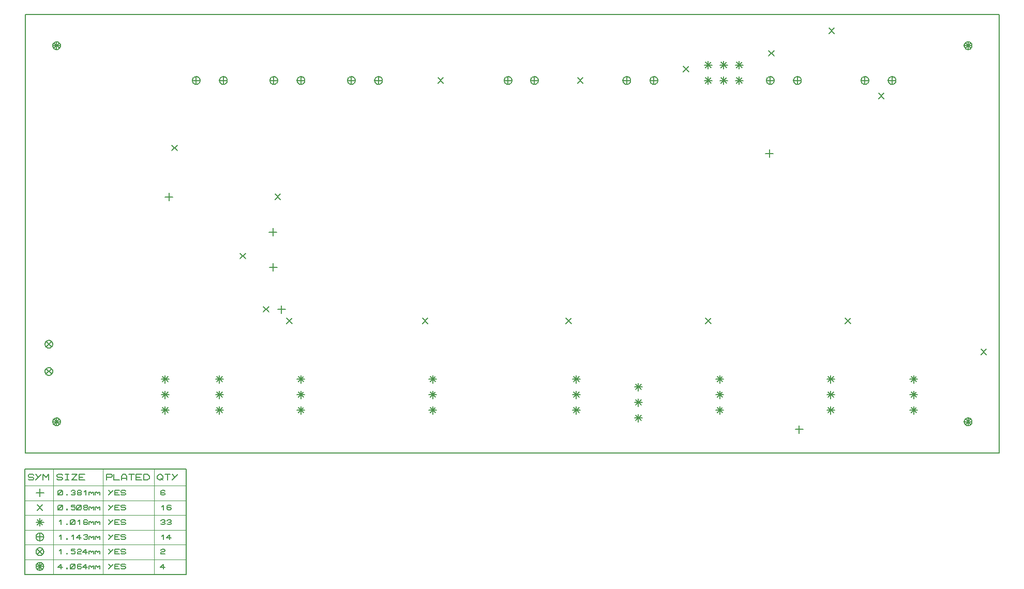
<source format=gbr>
G04 PROTEUS RS274X GERBER FILE*
%FSLAX45Y45*%
%MOMM*%
G01*
%ADD41C,0.203200*%
%ADD113C,0.127000*%
%ADD88C,0.063500*%
D41*
X-3379970Y-575928D02*
X-3379970Y-702928D01*
X-3443470Y-639428D02*
X-3316470Y-639428D01*
X-3374955Y-1151692D02*
X-3374955Y-1278692D01*
X-3438455Y-1215192D02*
X-3311455Y-1215192D01*
X-3238500Y-1841500D02*
X-3238500Y-1968500D01*
X-3302000Y-1905000D02*
X-3175000Y-1905000D01*
X-679901Y+1886401D02*
X-590099Y+1796599D01*
X-679901Y+1796599D02*
X-590099Y+1886401D01*
X+1606099Y+1886401D02*
X+1695901Y+1796599D01*
X+1606099Y+1796599D02*
X+1695901Y+1886401D01*
X+3338880Y+2072953D02*
X+3428682Y+1983151D01*
X+3338880Y+1983151D02*
X+3428682Y+2072953D01*
X-5034253Y+781034D02*
X-4944451Y+691232D01*
X-5034253Y+691232D02*
X-4944451Y+781034D01*
X-3346901Y-18599D02*
X-3257099Y-108401D01*
X-3346901Y-108401D02*
X-3257099Y-18599D01*
X+8210099Y-2558599D02*
X+8299901Y-2648401D01*
X+8210099Y-2648401D02*
X+8299901Y-2558599D01*
X+5987599Y-2050599D02*
X+6077401Y-2140401D01*
X+5987599Y-2140401D02*
X+6077401Y-2050599D01*
X+3701599Y-2050599D02*
X+3791401Y-2140401D01*
X+3701599Y-2140401D02*
X+3791401Y-2050599D01*
X+1415599Y-2050599D02*
X+1505401Y-2140401D01*
X+1415599Y-2140401D02*
X+1505401Y-2050599D01*
X-933901Y-2050599D02*
X-844099Y-2140401D01*
X-933901Y-2140401D02*
X-844099Y-2050599D01*
X-3156401Y-2050599D02*
X-3066599Y-2140401D01*
X-3156401Y-2140401D02*
X-3066599Y-2050599D01*
X-3537401Y-1860099D02*
X-3447599Y-1949901D01*
X-3537401Y-1949901D02*
X-3447599Y-1860099D01*
X-3918401Y-986465D02*
X-3828599Y-1076267D01*
X-3918401Y-1076267D02*
X-3828599Y-986465D01*
X-5080000Y+0D02*
X-5080000Y-127000D01*
X-5143500Y-63500D02*
X-5016500Y-63500D01*
X+4749800Y+711200D02*
X+4749800Y+584200D01*
X+4686300Y+647700D02*
X+4813300Y+647700D01*
X+5720899Y+2699201D02*
X+5810701Y+2609399D01*
X+5720899Y+2609399D02*
X+5810701Y+2699201D01*
X+6533699Y+1632401D02*
X+6623501Y+1542599D01*
X+6533699Y+1542599D02*
X+6623501Y+1632401D01*
X+4734247Y+2330901D02*
X+4824049Y+2241099D01*
X+4734247Y+2241099D02*
X+4824049Y+2330901D01*
X+5235080Y-3807750D02*
X+5235080Y-3934750D01*
X+5171580Y-3871250D02*
X+5298580Y-3871250D01*
X-6985000Y-2476500D02*
X-6985217Y-2471253D01*
X-6986982Y-2460758D01*
X-6990674Y-2450263D01*
X-6996702Y-2439768D01*
X-7005924Y-2429388D01*
X-7016419Y-2421700D01*
X-7026914Y-2416782D01*
X-7037409Y-2413976D01*
X-7047904Y-2413003D01*
X-7048500Y-2413000D01*
X-7112000Y-2476500D02*
X-7111783Y-2471253D01*
X-7110018Y-2460758D01*
X-7106326Y-2450263D01*
X-7100298Y-2439768D01*
X-7091076Y-2429388D01*
X-7080581Y-2421700D01*
X-7070086Y-2416782D01*
X-7059591Y-2413976D01*
X-7049096Y-2413003D01*
X-7048500Y-2413000D01*
X-7112000Y-2476500D02*
X-7111783Y-2481747D01*
X-7110018Y-2492242D01*
X-7106326Y-2502737D01*
X-7100298Y-2513232D01*
X-7091076Y-2523612D01*
X-7080581Y-2531300D01*
X-7070086Y-2536218D01*
X-7059591Y-2539024D01*
X-7049096Y-2539997D01*
X-7048500Y-2540000D01*
X-6985000Y-2476500D02*
X-6985217Y-2481747D01*
X-6986982Y-2492242D01*
X-6990674Y-2502737D01*
X-6996702Y-2513232D01*
X-7005924Y-2523612D01*
X-7016419Y-2531300D01*
X-7026914Y-2536218D01*
X-7037409Y-2539024D01*
X-7047904Y-2539997D01*
X-7048500Y-2540000D01*
X-7093401Y-2431599D02*
X-7003599Y-2521401D01*
X-7093401Y-2521401D02*
X-7003599Y-2431599D01*
X-6985000Y-2921000D02*
X-6985217Y-2915753D01*
X-6986982Y-2905258D01*
X-6990674Y-2894763D01*
X-6996702Y-2884268D01*
X-7005924Y-2873888D01*
X-7016419Y-2866200D01*
X-7026914Y-2861282D01*
X-7037409Y-2858476D01*
X-7047904Y-2857503D01*
X-7048500Y-2857500D01*
X-7112000Y-2921000D02*
X-7111783Y-2915753D01*
X-7110018Y-2905258D01*
X-7106326Y-2894763D01*
X-7100298Y-2884268D01*
X-7091076Y-2873888D01*
X-7080581Y-2866200D01*
X-7070086Y-2861282D01*
X-7059591Y-2858476D01*
X-7049096Y-2857503D01*
X-7048500Y-2857500D01*
X-7112000Y-2921000D02*
X-7111783Y-2926247D01*
X-7110018Y-2936742D01*
X-7106326Y-2947237D01*
X-7100298Y-2957732D01*
X-7091076Y-2968112D01*
X-7080581Y-2975800D01*
X-7070086Y-2980718D01*
X-7059591Y-2983524D01*
X-7049096Y-2984497D01*
X-7048500Y-2984500D01*
X-6985000Y-2921000D02*
X-6985217Y-2926247D01*
X-6986982Y-2936742D01*
X-6990674Y-2947237D01*
X-6996702Y-2957732D01*
X-7005924Y-2968112D01*
X-7016419Y-2975800D01*
X-7026914Y-2980718D01*
X-7037409Y-2983524D01*
X-7047904Y-2984497D01*
X-7048500Y-2984500D01*
X-7093401Y-2876099D02*
X-7003599Y-2965901D01*
X-7093401Y-2965901D02*
X-7003599Y-2876099D01*
X-2032000Y+1841500D02*
X-2032217Y+1846747D01*
X-2033982Y+1857242D01*
X-2037674Y+1867737D01*
X-2043702Y+1878232D01*
X-2052924Y+1888612D01*
X-2063419Y+1896300D01*
X-2073914Y+1901218D01*
X-2084409Y+1904024D01*
X-2094904Y+1904997D01*
X-2095500Y+1905000D01*
X-2159000Y+1841500D02*
X-2158783Y+1846747D01*
X-2157018Y+1857242D01*
X-2153326Y+1867737D01*
X-2147298Y+1878232D01*
X-2138076Y+1888612D01*
X-2127581Y+1896300D01*
X-2117086Y+1901218D01*
X-2106591Y+1904024D01*
X-2096096Y+1904997D01*
X-2095500Y+1905000D01*
X-2159000Y+1841500D02*
X-2158783Y+1836253D01*
X-2157018Y+1825758D01*
X-2153326Y+1815263D01*
X-2147298Y+1804768D01*
X-2138076Y+1794388D01*
X-2127581Y+1786700D01*
X-2117086Y+1781782D01*
X-2106591Y+1778976D01*
X-2096096Y+1778003D01*
X-2095500Y+1778000D01*
X-2032000Y+1841500D02*
X-2032217Y+1836253D01*
X-2033982Y+1825758D01*
X-2037674Y+1815263D01*
X-2043702Y+1804768D01*
X-2052924Y+1794388D01*
X-2063419Y+1786700D01*
X-2073914Y+1781782D01*
X-2084409Y+1778976D01*
X-2094904Y+1778003D01*
X-2095500Y+1778000D01*
X-2095500Y+1905000D02*
X-2095500Y+1778000D01*
X-2159000Y+1841500D02*
X-2032000Y+1841500D01*
X-1587500Y+1841500D02*
X-1587717Y+1846747D01*
X-1589482Y+1857242D01*
X-1593174Y+1867737D01*
X-1599202Y+1878232D01*
X-1608424Y+1888612D01*
X-1618919Y+1896300D01*
X-1629414Y+1901218D01*
X-1639909Y+1904024D01*
X-1650404Y+1904997D01*
X-1651000Y+1905000D01*
X-1714500Y+1841500D02*
X-1714283Y+1846747D01*
X-1712518Y+1857242D01*
X-1708826Y+1867737D01*
X-1702798Y+1878232D01*
X-1693576Y+1888612D01*
X-1683081Y+1896300D01*
X-1672586Y+1901218D01*
X-1662091Y+1904024D01*
X-1651596Y+1904997D01*
X-1651000Y+1905000D01*
X-1714500Y+1841500D02*
X-1714283Y+1836253D01*
X-1712518Y+1825758D01*
X-1708826Y+1815263D01*
X-1702798Y+1804768D01*
X-1693576Y+1794388D01*
X-1683081Y+1786700D01*
X-1672586Y+1781782D01*
X-1662091Y+1778976D01*
X-1651596Y+1778003D01*
X-1651000Y+1778000D01*
X-1587500Y+1841500D02*
X-1587717Y+1836253D01*
X-1589482Y+1825758D01*
X-1593174Y+1815263D01*
X-1599202Y+1804768D01*
X-1608424Y+1794388D01*
X-1618919Y+1786700D01*
X-1629414Y+1781782D01*
X-1639909Y+1778976D01*
X-1650404Y+1778003D01*
X-1651000Y+1778000D01*
X-1651000Y+1905000D02*
X-1651000Y+1778000D01*
X-1714500Y+1841500D02*
X-1587500Y+1841500D01*
X-2921000Y-3492500D02*
X-2921000Y-3619500D01*
X-2984500Y-3556000D02*
X-2857500Y-3556000D01*
X-2965901Y-3511099D02*
X-2876099Y-3600901D01*
X-2965901Y-3600901D02*
X-2876099Y-3511099D01*
X-2921000Y-2984500D02*
X-2921000Y-3111500D01*
X-2984500Y-3048000D02*
X-2857500Y-3048000D01*
X-2965901Y-3003099D02*
X-2876099Y-3092901D01*
X-2965901Y-3092901D02*
X-2876099Y-3003099D01*
X-2921000Y-3238500D02*
X-2921000Y-3365500D01*
X-2984500Y-3302000D02*
X-2857500Y-3302000D01*
X-2965901Y-3257099D02*
X-2876099Y-3346901D01*
X-2965901Y-3346901D02*
X-2876099Y-3257099D01*
X+965200Y+1841500D02*
X+964983Y+1846747D01*
X+963218Y+1857242D01*
X+959526Y+1867737D01*
X+953498Y+1878232D01*
X+944276Y+1888612D01*
X+933781Y+1896300D01*
X+923286Y+1901218D01*
X+912791Y+1904024D01*
X+902296Y+1904997D01*
X+901700Y+1905000D01*
X+838200Y+1841500D02*
X+838417Y+1846747D01*
X+840182Y+1857242D01*
X+843874Y+1867737D01*
X+849902Y+1878232D01*
X+859124Y+1888612D01*
X+869619Y+1896300D01*
X+880114Y+1901218D01*
X+890609Y+1904024D01*
X+901104Y+1904997D01*
X+901700Y+1905000D01*
X+838200Y+1841500D02*
X+838417Y+1836253D01*
X+840182Y+1825758D01*
X+843874Y+1815263D01*
X+849902Y+1804768D01*
X+859124Y+1794388D01*
X+869619Y+1786700D01*
X+880114Y+1781782D01*
X+890609Y+1778976D01*
X+901104Y+1778003D01*
X+901700Y+1778000D01*
X+965200Y+1841500D02*
X+964983Y+1836253D01*
X+963218Y+1825758D01*
X+959526Y+1815263D01*
X+953498Y+1804768D01*
X+944276Y+1794388D01*
X+933781Y+1786700D01*
X+923286Y+1781782D01*
X+912791Y+1778976D01*
X+902296Y+1778003D01*
X+901700Y+1778000D01*
X+901700Y+1905000D02*
X+901700Y+1778000D01*
X+838200Y+1841500D02*
X+965200Y+1841500D01*
X-762000Y-3492500D02*
X-762000Y-3619500D01*
X-825500Y-3556000D02*
X-698500Y-3556000D01*
X-806901Y-3511099D02*
X-717099Y-3600901D01*
X-806901Y-3600901D02*
X-717099Y-3511099D01*
X-762000Y-3238500D02*
X-762000Y-3365500D01*
X-825500Y-3302000D02*
X-698500Y-3302000D01*
X-806901Y-3257099D02*
X-717099Y-3346901D01*
X-806901Y-3346901D02*
X-717099Y-3257099D01*
X-762000Y-2984500D02*
X-762000Y-3111500D01*
X-825500Y-3048000D02*
X-698500Y-3048000D01*
X-806901Y-3003099D02*
X-717099Y-3092901D01*
X-806901Y-3092901D02*
X-717099Y-3003099D01*
X+1587500Y-3238500D02*
X+1587500Y-3365500D01*
X+1524000Y-3302000D02*
X+1651000Y-3302000D01*
X+1542599Y-3257099D02*
X+1632401Y-3346901D01*
X+1542599Y-3346901D02*
X+1632401Y-3257099D01*
X+1587500Y-3492500D02*
X+1587500Y-3619500D01*
X+1524000Y-3556000D02*
X+1651000Y-3556000D01*
X+1542599Y-3511099D02*
X+1632401Y-3600901D01*
X+1542599Y-3600901D02*
X+1632401Y-3511099D01*
X+1587500Y-2984500D02*
X+1587500Y-3111500D01*
X+1524000Y-3048000D02*
X+1651000Y-3048000D01*
X+1542599Y-3003099D02*
X+1632401Y-3092901D01*
X+1542599Y-3092901D02*
X+1632401Y-3003099D01*
X+2921000Y+1841500D02*
X+2920783Y+1846747D01*
X+2919018Y+1857242D01*
X+2915326Y+1867737D01*
X+2909298Y+1878232D01*
X+2900076Y+1888612D01*
X+2889581Y+1896300D01*
X+2879086Y+1901218D01*
X+2868591Y+1904024D01*
X+2858096Y+1904997D01*
X+2857500Y+1905000D01*
X+2794000Y+1841500D02*
X+2794217Y+1846747D01*
X+2795982Y+1857242D01*
X+2799674Y+1867737D01*
X+2805702Y+1878232D01*
X+2814924Y+1888612D01*
X+2825419Y+1896300D01*
X+2835914Y+1901218D01*
X+2846409Y+1904024D01*
X+2856904Y+1904997D01*
X+2857500Y+1905000D01*
X+2794000Y+1841500D02*
X+2794217Y+1836253D01*
X+2795982Y+1825758D01*
X+2799674Y+1815263D01*
X+2805702Y+1804768D01*
X+2814924Y+1794388D01*
X+2825419Y+1786700D01*
X+2835914Y+1781782D01*
X+2846409Y+1778976D01*
X+2856904Y+1778003D01*
X+2857500Y+1778000D01*
X+2921000Y+1841500D02*
X+2920783Y+1836253D01*
X+2919018Y+1825758D01*
X+2915326Y+1815263D01*
X+2909298Y+1804768D01*
X+2900076Y+1794388D01*
X+2889581Y+1786700D01*
X+2879086Y+1781782D01*
X+2868591Y+1778976D01*
X+2858096Y+1778003D01*
X+2857500Y+1778000D01*
X+2857500Y+1905000D02*
X+2857500Y+1778000D01*
X+2794000Y+1841500D02*
X+2921000Y+1841500D01*
X+3937000Y-3492500D02*
X+3937000Y-3619500D01*
X+3873500Y-3556000D02*
X+4000500Y-3556000D01*
X+3892099Y-3511099D02*
X+3981901Y-3600901D01*
X+3892099Y-3600901D02*
X+3981901Y-3511099D01*
X+5753100Y-3492500D02*
X+5753100Y-3619500D01*
X+5689600Y-3556000D02*
X+5816600Y-3556000D01*
X+5708199Y-3511099D02*
X+5798001Y-3600901D01*
X+5708199Y-3600901D02*
X+5798001Y-3511099D01*
X+3937000Y-2984500D02*
X+3937000Y-3111500D01*
X+3873500Y-3048000D02*
X+4000500Y-3048000D01*
X+3892099Y-3003099D02*
X+3981901Y-3092901D01*
X+3892099Y-3092901D02*
X+3981901Y-3003099D01*
X+5753100Y-2984500D02*
X+5753100Y-3111500D01*
X+5689600Y-3048000D02*
X+5816600Y-3048000D01*
X+5708199Y-3003099D02*
X+5798001Y-3092901D01*
X+5708199Y-3092901D02*
X+5798001Y-3003099D01*
X+3937000Y-3238500D02*
X+3937000Y-3365500D01*
X+3873500Y-3302000D02*
X+4000500Y-3302000D01*
X+3892099Y-3257099D02*
X+3981901Y-3346901D01*
X+3892099Y-3346901D02*
X+3981901Y-3257099D01*
X+5753100Y-3238500D02*
X+5753100Y-3365500D01*
X+5689600Y-3302000D02*
X+5816600Y-3302000D01*
X+5708199Y-3257099D02*
X+5798001Y-3346901D01*
X+5708199Y-3346901D02*
X+5798001Y-3257099D01*
X+5270500Y+1841500D02*
X+5270283Y+1846747D01*
X+5268518Y+1857242D01*
X+5264826Y+1867737D01*
X+5258798Y+1878232D01*
X+5249576Y+1888612D01*
X+5239081Y+1896300D01*
X+5228586Y+1901218D01*
X+5218091Y+1904024D01*
X+5207596Y+1904997D01*
X+5207000Y+1905000D01*
X+5143500Y+1841500D02*
X+5143717Y+1846747D01*
X+5145482Y+1857242D01*
X+5149174Y+1867737D01*
X+5155202Y+1878232D01*
X+5164424Y+1888612D01*
X+5174919Y+1896300D01*
X+5185414Y+1901218D01*
X+5195909Y+1904024D01*
X+5206404Y+1904997D01*
X+5207000Y+1905000D01*
X+5143500Y+1841500D02*
X+5143717Y+1836253D01*
X+5145482Y+1825758D01*
X+5149174Y+1815263D01*
X+5155202Y+1804768D01*
X+5164424Y+1794388D01*
X+5174919Y+1786700D01*
X+5185414Y+1781782D01*
X+5195909Y+1778976D01*
X+5206404Y+1778003D01*
X+5207000Y+1778000D01*
X+5270500Y+1841500D02*
X+5270283Y+1836253D01*
X+5268518Y+1825758D01*
X+5264826Y+1815263D01*
X+5258798Y+1804768D01*
X+5249576Y+1794388D01*
X+5239081Y+1786700D01*
X+5228586Y+1781782D01*
X+5218091Y+1778976D01*
X+5207596Y+1778003D01*
X+5207000Y+1778000D01*
X+5207000Y+1905000D02*
X+5207000Y+1778000D01*
X+5143500Y+1841500D02*
X+5270500Y+1841500D01*
X+6819900Y+1841500D02*
X+6819683Y+1846747D01*
X+6817918Y+1857242D01*
X+6814226Y+1867737D01*
X+6808198Y+1878232D01*
X+6798976Y+1888612D01*
X+6788481Y+1896300D01*
X+6777986Y+1901218D01*
X+6767491Y+1904024D01*
X+6756996Y+1904997D01*
X+6756400Y+1905000D01*
X+6692900Y+1841500D02*
X+6693117Y+1846747D01*
X+6694882Y+1857242D01*
X+6698574Y+1867737D01*
X+6704602Y+1878232D01*
X+6713824Y+1888612D01*
X+6724319Y+1896300D01*
X+6734814Y+1901218D01*
X+6745309Y+1904024D01*
X+6755804Y+1904997D01*
X+6756400Y+1905000D01*
X+6692900Y+1841500D02*
X+6693117Y+1836253D01*
X+6694882Y+1825758D01*
X+6698574Y+1815263D01*
X+6704602Y+1804768D01*
X+6713824Y+1794388D01*
X+6724319Y+1786700D01*
X+6734814Y+1781782D01*
X+6745309Y+1778976D01*
X+6755804Y+1778003D01*
X+6756400Y+1778000D01*
X+6819900Y+1841500D02*
X+6819683Y+1836253D01*
X+6817918Y+1825758D01*
X+6814226Y+1815263D01*
X+6808198Y+1804768D01*
X+6798976Y+1794388D01*
X+6788481Y+1786700D01*
X+6777986Y+1781782D01*
X+6767491Y+1778976D01*
X+6756996Y+1778003D01*
X+6756400Y+1778000D01*
X+6756400Y+1905000D02*
X+6756400Y+1778000D01*
X+6692900Y+1841500D02*
X+6819900Y+1841500D01*
X+7112000Y-3238500D02*
X+7112000Y-3365500D01*
X+7048500Y-3302000D02*
X+7175500Y-3302000D01*
X+7067099Y-3257099D02*
X+7156901Y-3346901D01*
X+7067099Y-3346901D02*
X+7156901Y-3257099D01*
X+7112000Y-3492500D02*
X+7112000Y-3619500D01*
X+7048500Y-3556000D02*
X+7175500Y-3556000D01*
X+7067099Y-3511099D02*
X+7156901Y-3600901D01*
X+7067099Y-3600901D02*
X+7156901Y-3511099D01*
X+7112000Y-2984500D02*
X+7112000Y-3111500D01*
X+7048500Y-3048000D02*
X+7175500Y-3048000D01*
X+7067099Y-3003099D02*
X+7156901Y-3092901D01*
X+7067099Y-3092901D02*
X+7156901Y-3003099D01*
X+6375400Y+1841500D02*
X+6375183Y+1846747D01*
X+6373418Y+1857242D01*
X+6369726Y+1867737D01*
X+6363698Y+1878232D01*
X+6354476Y+1888612D01*
X+6343981Y+1896300D01*
X+6333486Y+1901218D01*
X+6322991Y+1904024D01*
X+6312496Y+1904997D01*
X+6311900Y+1905000D01*
X+6248400Y+1841500D02*
X+6248617Y+1846747D01*
X+6250382Y+1857242D01*
X+6254074Y+1867737D01*
X+6260102Y+1878232D01*
X+6269324Y+1888612D01*
X+6279819Y+1896300D01*
X+6290314Y+1901218D01*
X+6300809Y+1904024D01*
X+6311304Y+1904997D01*
X+6311900Y+1905000D01*
X+6248400Y+1841500D02*
X+6248617Y+1836253D01*
X+6250382Y+1825758D01*
X+6254074Y+1815263D01*
X+6260102Y+1804768D01*
X+6269324Y+1794388D01*
X+6279819Y+1786700D01*
X+6290314Y+1781782D01*
X+6300809Y+1778976D01*
X+6311304Y+1778003D01*
X+6311900Y+1778000D01*
X+6375400Y+1841500D02*
X+6375183Y+1836253D01*
X+6373418Y+1825758D01*
X+6369726Y+1815263D01*
X+6363698Y+1804768D01*
X+6354476Y+1794388D01*
X+6343981Y+1786700D01*
X+6333486Y+1781782D01*
X+6322991Y+1778976D01*
X+6312496Y+1778003D01*
X+6311900Y+1778000D01*
X+6311900Y+1905000D02*
X+6311900Y+1778000D01*
X+6248400Y+1841500D02*
X+6375400Y+1841500D01*
X-4254500Y-3492500D02*
X-4254500Y-3619500D01*
X-4318000Y-3556000D02*
X-4191000Y-3556000D01*
X-4299401Y-3511099D02*
X-4209599Y-3600901D01*
X-4299401Y-3600901D02*
X-4209599Y-3511099D01*
X-6858000Y-3746500D02*
X-6858217Y-3741253D01*
X-6859982Y-3730758D01*
X-6863674Y-3720263D01*
X-6869702Y-3709768D01*
X-6878924Y-3699388D01*
X-6889419Y-3691700D01*
X-6899914Y-3686782D01*
X-6910409Y-3683976D01*
X-6920904Y-3683003D01*
X-6921500Y-3683000D01*
X-6985000Y-3746500D02*
X-6984783Y-3741253D01*
X-6983018Y-3730758D01*
X-6979326Y-3720263D01*
X-6973298Y-3709768D01*
X-6964076Y-3699388D01*
X-6953581Y-3691700D01*
X-6943086Y-3686782D01*
X-6932591Y-3683976D01*
X-6922096Y-3683003D01*
X-6921500Y-3683000D01*
X-6985000Y-3746500D02*
X-6984783Y-3751747D01*
X-6983018Y-3762242D01*
X-6979326Y-3772737D01*
X-6973298Y-3783232D01*
X-6964076Y-3793612D01*
X-6953581Y-3801300D01*
X-6943086Y-3806218D01*
X-6932591Y-3809024D01*
X-6922096Y-3809997D01*
X-6921500Y-3810000D01*
X-6858000Y-3746500D02*
X-6858217Y-3751747D01*
X-6859982Y-3762242D01*
X-6863674Y-3772737D01*
X-6869702Y-3783232D01*
X-6878924Y-3793612D01*
X-6889419Y-3801300D01*
X-6899914Y-3806218D01*
X-6910409Y-3809024D01*
X-6920904Y-3809997D01*
X-6921500Y-3810000D01*
X-6921500Y-3683000D02*
X-6921500Y-3810000D01*
X-6985000Y-3746500D02*
X-6858000Y-3746500D01*
X-6858217Y-3741253D01*
X-6859982Y-3730758D01*
X-6863674Y-3720263D01*
X-6869702Y-3709768D01*
X-6878924Y-3699388D01*
X-6889419Y-3691700D01*
X-6899914Y-3686782D01*
X-6910409Y-3683976D01*
X-6920904Y-3683003D01*
X-6921500Y-3683000D01*
X-6985000Y-3746500D02*
X-6984783Y-3741253D01*
X-6983018Y-3730758D01*
X-6979326Y-3720263D01*
X-6973298Y-3709768D01*
X-6964076Y-3699388D01*
X-6953581Y-3691700D01*
X-6943086Y-3686782D01*
X-6932591Y-3683976D01*
X-6922096Y-3683003D01*
X-6921500Y-3683000D01*
X-6985000Y-3746500D02*
X-6984783Y-3751747D01*
X-6983018Y-3762242D01*
X-6979326Y-3772737D01*
X-6973298Y-3783232D01*
X-6964076Y-3793612D01*
X-6953581Y-3801300D01*
X-6943086Y-3806218D01*
X-6932591Y-3809024D01*
X-6922096Y-3809997D01*
X-6921500Y-3810000D01*
X-6858000Y-3746500D02*
X-6858217Y-3751747D01*
X-6859982Y-3762242D01*
X-6863674Y-3772737D01*
X-6869702Y-3783232D01*
X-6878924Y-3793612D01*
X-6889419Y-3801300D01*
X-6899914Y-3806218D01*
X-6910409Y-3809024D01*
X-6920904Y-3809997D01*
X-6921500Y-3810000D01*
X-6966401Y-3701599D02*
X-6876599Y-3791401D01*
X-6966401Y-3791401D02*
X-6876599Y-3701599D01*
X-6858000Y+2413000D02*
X-6858217Y+2418247D01*
X-6859982Y+2428742D01*
X-6863674Y+2439237D01*
X-6869702Y+2449732D01*
X-6878924Y+2460112D01*
X-6889419Y+2467800D01*
X-6899914Y+2472718D01*
X-6910409Y+2475524D01*
X-6920904Y+2476497D01*
X-6921500Y+2476500D01*
X-6985000Y+2413000D02*
X-6984783Y+2418247D01*
X-6983018Y+2428742D01*
X-6979326Y+2439237D01*
X-6973298Y+2449732D01*
X-6964076Y+2460112D01*
X-6953581Y+2467800D01*
X-6943086Y+2472718D01*
X-6932591Y+2475524D01*
X-6922096Y+2476497D01*
X-6921500Y+2476500D01*
X-6985000Y+2413000D02*
X-6984783Y+2407753D01*
X-6983018Y+2397258D01*
X-6979326Y+2386763D01*
X-6973298Y+2376268D01*
X-6964076Y+2365888D01*
X-6953581Y+2358200D01*
X-6943086Y+2353282D01*
X-6932591Y+2350476D01*
X-6922096Y+2349503D01*
X-6921500Y+2349500D01*
X-6858000Y+2413000D02*
X-6858217Y+2407753D01*
X-6859982Y+2397258D01*
X-6863674Y+2386763D01*
X-6869702Y+2376268D01*
X-6878924Y+2365888D01*
X-6889419Y+2358200D01*
X-6899914Y+2353282D01*
X-6910409Y+2350476D01*
X-6920904Y+2349503D01*
X-6921500Y+2349500D01*
X-6921500Y+2476500D02*
X-6921500Y+2349500D01*
X-6985000Y+2413000D02*
X-6858000Y+2413000D01*
X-6858217Y+2418247D01*
X-6859982Y+2428742D01*
X-6863674Y+2439237D01*
X-6869702Y+2449732D01*
X-6878924Y+2460112D01*
X-6889419Y+2467800D01*
X-6899914Y+2472718D01*
X-6910409Y+2475524D01*
X-6920904Y+2476497D01*
X-6921500Y+2476500D01*
X-6985000Y+2413000D02*
X-6984783Y+2418247D01*
X-6983018Y+2428742D01*
X-6979326Y+2439237D01*
X-6973298Y+2449732D01*
X-6964076Y+2460112D01*
X-6953581Y+2467800D01*
X-6943086Y+2472718D01*
X-6932591Y+2475524D01*
X-6922096Y+2476497D01*
X-6921500Y+2476500D01*
X-6985000Y+2413000D02*
X-6984783Y+2407753D01*
X-6983018Y+2397258D01*
X-6979326Y+2386763D01*
X-6973298Y+2376268D01*
X-6964076Y+2365888D01*
X-6953581Y+2358200D01*
X-6943086Y+2353282D01*
X-6932591Y+2350476D01*
X-6922096Y+2349503D01*
X-6921500Y+2349500D01*
X-6858000Y+2413000D02*
X-6858217Y+2407753D01*
X-6859982Y+2397258D01*
X-6863674Y+2386763D01*
X-6869702Y+2376268D01*
X-6878924Y+2365888D01*
X-6889419Y+2358200D01*
X-6899914Y+2353282D01*
X-6910409Y+2350476D01*
X-6920904Y+2349503D01*
X-6921500Y+2349500D01*
X-6966401Y+2457901D02*
X-6876599Y+2368099D01*
X-6966401Y+2368099D02*
X-6876599Y+2457901D01*
X+8064500Y+2413000D02*
X+8064283Y+2418247D01*
X+8062518Y+2428742D01*
X+8058826Y+2439237D01*
X+8052798Y+2449732D01*
X+8043576Y+2460112D01*
X+8033081Y+2467800D01*
X+8022586Y+2472718D01*
X+8012091Y+2475524D01*
X+8001596Y+2476497D01*
X+8001000Y+2476500D01*
X+7937500Y+2413000D02*
X+7937717Y+2418247D01*
X+7939482Y+2428742D01*
X+7943174Y+2439237D01*
X+7949202Y+2449732D01*
X+7958424Y+2460112D01*
X+7968919Y+2467800D01*
X+7979414Y+2472718D01*
X+7989909Y+2475524D01*
X+8000404Y+2476497D01*
X+8001000Y+2476500D01*
X+7937500Y+2413000D02*
X+7937717Y+2407753D01*
X+7939482Y+2397258D01*
X+7943174Y+2386763D01*
X+7949202Y+2376268D01*
X+7958424Y+2365888D01*
X+7968919Y+2358200D01*
X+7979414Y+2353282D01*
X+7989909Y+2350476D01*
X+8000404Y+2349503D01*
X+8001000Y+2349500D01*
X+8064500Y+2413000D02*
X+8064283Y+2407753D01*
X+8062518Y+2397258D01*
X+8058826Y+2386763D01*
X+8052798Y+2376268D01*
X+8043576Y+2365888D01*
X+8033081Y+2358200D01*
X+8022586Y+2353282D01*
X+8012091Y+2350476D01*
X+8001596Y+2349503D01*
X+8001000Y+2349500D01*
X+8001000Y+2476500D02*
X+8001000Y+2349500D01*
X+7937500Y+2413000D02*
X+8064500Y+2413000D01*
X+8064283Y+2418247D01*
X+8062518Y+2428742D01*
X+8058826Y+2439237D01*
X+8052798Y+2449732D01*
X+8043576Y+2460112D01*
X+8033081Y+2467800D01*
X+8022586Y+2472718D01*
X+8012091Y+2475524D01*
X+8001596Y+2476497D01*
X+8001000Y+2476500D01*
X+7937500Y+2413000D02*
X+7937717Y+2418247D01*
X+7939482Y+2428742D01*
X+7943174Y+2439237D01*
X+7949202Y+2449732D01*
X+7958424Y+2460112D01*
X+7968919Y+2467800D01*
X+7979414Y+2472718D01*
X+7989909Y+2475524D01*
X+8000404Y+2476497D01*
X+8001000Y+2476500D01*
X+7937500Y+2413000D02*
X+7937717Y+2407753D01*
X+7939482Y+2397258D01*
X+7943174Y+2386763D01*
X+7949202Y+2376268D01*
X+7958424Y+2365888D01*
X+7968919Y+2358200D01*
X+7979414Y+2353282D01*
X+7989909Y+2350476D01*
X+8000404Y+2349503D01*
X+8001000Y+2349500D01*
X+8064500Y+2413000D02*
X+8064283Y+2407753D01*
X+8062518Y+2397258D01*
X+8058826Y+2386763D01*
X+8052798Y+2376268D01*
X+8043576Y+2365888D01*
X+8033081Y+2358200D01*
X+8022586Y+2353282D01*
X+8012091Y+2350476D01*
X+8001596Y+2349503D01*
X+8001000Y+2349500D01*
X+7956099Y+2457901D02*
X+8045901Y+2368099D01*
X+7956099Y+2368099D02*
X+8045901Y+2457901D01*
X+8064500Y-3746500D02*
X+8064283Y-3741253D01*
X+8062518Y-3730758D01*
X+8058826Y-3720263D01*
X+8052798Y-3709768D01*
X+8043576Y-3699388D01*
X+8033081Y-3691700D01*
X+8022586Y-3686782D01*
X+8012091Y-3683976D01*
X+8001596Y-3683003D01*
X+8001000Y-3683000D01*
X+7937500Y-3746500D02*
X+7937717Y-3741253D01*
X+7939482Y-3730758D01*
X+7943174Y-3720263D01*
X+7949202Y-3709768D01*
X+7958424Y-3699388D01*
X+7968919Y-3691700D01*
X+7979414Y-3686782D01*
X+7989909Y-3683976D01*
X+8000404Y-3683003D01*
X+8001000Y-3683000D01*
X+7937500Y-3746500D02*
X+7937717Y-3751747D01*
X+7939482Y-3762242D01*
X+7943174Y-3772737D01*
X+7949202Y-3783232D01*
X+7958424Y-3793612D01*
X+7968919Y-3801300D01*
X+7979414Y-3806218D01*
X+7989909Y-3809024D01*
X+8000404Y-3809997D01*
X+8001000Y-3810000D01*
X+8064500Y-3746500D02*
X+8064283Y-3751747D01*
X+8062518Y-3762242D01*
X+8058826Y-3772737D01*
X+8052798Y-3783232D01*
X+8043576Y-3793612D01*
X+8033081Y-3801300D01*
X+8022586Y-3806218D01*
X+8012091Y-3809024D01*
X+8001596Y-3809997D01*
X+8001000Y-3810000D01*
X+8001000Y-3683000D02*
X+8001000Y-3810000D01*
X+7937500Y-3746500D02*
X+8064500Y-3746500D01*
X+8064283Y-3741253D01*
X+8062518Y-3730758D01*
X+8058826Y-3720263D01*
X+8052798Y-3709768D01*
X+8043576Y-3699388D01*
X+8033081Y-3691700D01*
X+8022586Y-3686782D01*
X+8012091Y-3683976D01*
X+8001596Y-3683003D01*
X+8001000Y-3683000D01*
X+7937500Y-3746500D02*
X+7937717Y-3741253D01*
X+7939482Y-3730758D01*
X+7943174Y-3720263D01*
X+7949202Y-3709768D01*
X+7958424Y-3699388D01*
X+7968919Y-3691700D01*
X+7979414Y-3686782D01*
X+7989909Y-3683976D01*
X+8000404Y-3683003D01*
X+8001000Y-3683000D01*
X+7937500Y-3746500D02*
X+7937717Y-3751747D01*
X+7939482Y-3762242D01*
X+7943174Y-3772737D01*
X+7949202Y-3783232D01*
X+7958424Y-3793612D01*
X+7968919Y-3801300D01*
X+7979414Y-3806218D01*
X+7989909Y-3809024D01*
X+8000404Y-3809997D01*
X+8001000Y-3810000D01*
X+8064500Y-3746500D02*
X+8064283Y-3751747D01*
X+8062518Y-3762242D01*
X+8058826Y-3772737D01*
X+8052798Y-3783232D01*
X+8043576Y-3793612D01*
X+8033081Y-3801300D01*
X+8022586Y-3806218D01*
X+8012091Y-3809024D01*
X+8001596Y-3809997D01*
X+8001000Y-3810000D01*
X+7956099Y-3701599D02*
X+8045901Y-3791401D01*
X+7956099Y-3791401D02*
X+8045901Y-3701599D01*
X-4127500Y+1841500D02*
X-4127717Y+1846747D01*
X-4129482Y+1857242D01*
X-4133174Y+1867737D01*
X-4139202Y+1878232D01*
X-4148424Y+1888612D01*
X-4158919Y+1896300D01*
X-4169414Y+1901218D01*
X-4179909Y+1904024D01*
X-4190404Y+1904997D01*
X-4191000Y+1905000D01*
X-4254500Y+1841500D02*
X-4254283Y+1846747D01*
X-4252518Y+1857242D01*
X-4248826Y+1867737D01*
X-4242798Y+1878232D01*
X-4233576Y+1888612D01*
X-4223081Y+1896300D01*
X-4212586Y+1901218D01*
X-4202091Y+1904024D01*
X-4191596Y+1904997D01*
X-4191000Y+1905000D01*
X-4254500Y+1841500D02*
X-4254283Y+1836253D01*
X-4252518Y+1825758D01*
X-4248826Y+1815263D01*
X-4242798Y+1804768D01*
X-4233576Y+1794388D01*
X-4223081Y+1786700D01*
X-4212586Y+1781782D01*
X-4202091Y+1778976D01*
X-4191596Y+1778003D01*
X-4191000Y+1778000D01*
X-4127500Y+1841500D02*
X-4127717Y+1836253D01*
X-4129482Y+1825758D01*
X-4133174Y+1815263D01*
X-4139202Y+1804768D01*
X-4148424Y+1794388D01*
X-4158919Y+1786700D01*
X-4169414Y+1781782D01*
X-4179909Y+1778976D01*
X-4190404Y+1778003D01*
X-4191000Y+1778000D01*
X-4191000Y+1905000D02*
X-4191000Y+1778000D01*
X-4254500Y+1841500D02*
X-4127500Y+1841500D01*
X-4572000Y+1841500D02*
X-4572217Y+1846747D01*
X-4573982Y+1857242D01*
X-4577674Y+1867737D01*
X-4583702Y+1878232D01*
X-4592924Y+1888612D01*
X-4603419Y+1896300D01*
X-4613914Y+1901218D01*
X-4624409Y+1904024D01*
X-4634904Y+1904997D01*
X-4635500Y+1905000D01*
X-4699000Y+1841500D02*
X-4698783Y+1846747D01*
X-4697018Y+1857242D01*
X-4693326Y+1867737D01*
X-4687298Y+1878232D01*
X-4678076Y+1888612D01*
X-4667581Y+1896300D01*
X-4657086Y+1901218D01*
X-4646591Y+1904024D01*
X-4636096Y+1904997D01*
X-4635500Y+1905000D01*
X-4699000Y+1841500D02*
X-4698783Y+1836253D01*
X-4697018Y+1825758D01*
X-4693326Y+1815263D01*
X-4687298Y+1804768D01*
X-4678076Y+1794388D01*
X-4667581Y+1786700D01*
X-4657086Y+1781782D01*
X-4646591Y+1778976D01*
X-4636096Y+1778003D01*
X-4635500Y+1778000D01*
X-4572000Y+1841500D02*
X-4572217Y+1836253D01*
X-4573982Y+1825758D01*
X-4577674Y+1815263D01*
X-4583702Y+1804768D01*
X-4592924Y+1794388D01*
X-4603419Y+1786700D01*
X-4613914Y+1781782D01*
X-4624409Y+1778976D01*
X-4634904Y+1778003D01*
X-4635500Y+1778000D01*
X-4635500Y+1905000D02*
X-4635500Y+1778000D01*
X-4699000Y+1841500D02*
X-4572000Y+1841500D01*
X-2857500Y+1841500D02*
X-2857717Y+1846747D01*
X-2859482Y+1857242D01*
X-2863174Y+1867737D01*
X-2869202Y+1878232D01*
X-2878424Y+1888612D01*
X-2888919Y+1896300D01*
X-2899414Y+1901218D01*
X-2909909Y+1904024D01*
X-2920404Y+1904997D01*
X-2921000Y+1905000D01*
X-2984500Y+1841500D02*
X-2984283Y+1846747D01*
X-2982518Y+1857242D01*
X-2978826Y+1867737D01*
X-2972798Y+1878232D01*
X-2963576Y+1888612D01*
X-2953081Y+1896300D01*
X-2942586Y+1901218D01*
X-2932091Y+1904024D01*
X-2921596Y+1904997D01*
X-2921000Y+1905000D01*
X-2984500Y+1841500D02*
X-2984283Y+1836253D01*
X-2982518Y+1825758D01*
X-2978826Y+1815263D01*
X-2972798Y+1804768D01*
X-2963576Y+1794388D01*
X-2953081Y+1786700D01*
X-2942586Y+1781782D01*
X-2932091Y+1778976D01*
X-2921596Y+1778003D01*
X-2921000Y+1778000D01*
X-2857500Y+1841500D02*
X-2857717Y+1836253D01*
X-2859482Y+1825758D01*
X-2863174Y+1815263D01*
X-2869202Y+1804768D01*
X-2878424Y+1794388D01*
X-2888919Y+1786700D01*
X-2899414Y+1781782D01*
X-2909909Y+1778976D01*
X-2920404Y+1778003D01*
X-2921000Y+1778000D01*
X-2921000Y+1905000D02*
X-2921000Y+1778000D01*
X-2984500Y+1841500D02*
X-2857500Y+1841500D01*
X-3302000Y+1841500D02*
X-3302217Y+1846747D01*
X-3303982Y+1857242D01*
X-3307674Y+1867737D01*
X-3313702Y+1878232D01*
X-3322924Y+1888612D01*
X-3333419Y+1896300D01*
X-3343914Y+1901218D01*
X-3354409Y+1904024D01*
X-3364904Y+1904997D01*
X-3365500Y+1905000D01*
X-3429000Y+1841500D02*
X-3428783Y+1846747D01*
X-3427018Y+1857242D01*
X-3423326Y+1867737D01*
X-3417298Y+1878232D01*
X-3408076Y+1888612D01*
X-3397581Y+1896300D01*
X-3387086Y+1901218D01*
X-3376591Y+1904024D01*
X-3366096Y+1904997D01*
X-3365500Y+1905000D01*
X-3429000Y+1841500D02*
X-3428783Y+1836253D01*
X-3427018Y+1825758D01*
X-3423326Y+1815263D01*
X-3417298Y+1804768D01*
X-3408076Y+1794388D01*
X-3397581Y+1786700D01*
X-3387086Y+1781782D01*
X-3376591Y+1778976D01*
X-3366096Y+1778003D01*
X-3365500Y+1778000D01*
X-3302000Y+1841500D02*
X-3302217Y+1836253D01*
X-3303982Y+1825758D01*
X-3307674Y+1815263D01*
X-3313702Y+1804768D01*
X-3322924Y+1794388D01*
X-3333419Y+1786700D01*
X-3343914Y+1781782D01*
X-3354409Y+1778976D01*
X-3364904Y+1778003D01*
X-3365500Y+1778000D01*
X-3365500Y+1905000D02*
X-3365500Y+1778000D01*
X-3429000Y+1841500D02*
X-3302000Y+1841500D01*
X-4254500Y-2984500D02*
X-4254500Y-3111500D01*
X-4318000Y-3048000D02*
X-4191000Y-3048000D01*
X-4299401Y-3003099D02*
X-4209599Y-3092901D01*
X-4299401Y-3092901D02*
X-4209599Y-3003099D01*
X-4254500Y-3238500D02*
X-4254500Y-3365500D01*
X-4318000Y-3302000D02*
X-4191000Y-3302000D01*
X-4299401Y-3257099D02*
X-4209599Y-3346901D01*
X-4299401Y-3346901D02*
X-4209599Y-3257099D01*
X+3746500Y+2159000D02*
X+3746500Y+2032000D01*
X+3683000Y+2095500D02*
X+3810000Y+2095500D01*
X+3701599Y+2140401D02*
X+3791401Y+2050599D01*
X+3701599Y+2050599D02*
X+3791401Y+2140401D01*
X+2603500Y-3111500D02*
X+2603500Y-3238500D01*
X+2540000Y-3175000D02*
X+2667000Y-3175000D01*
X+2558599Y-3130099D02*
X+2648401Y-3219901D01*
X+2558599Y-3219901D02*
X+2648401Y-3130099D01*
X+3746500Y+1905000D02*
X+3746500Y+1778000D01*
X+3683000Y+1841500D02*
X+3810000Y+1841500D01*
X+3701599Y+1886401D02*
X+3791401Y+1796599D01*
X+3701599Y+1796599D02*
X+3791401Y+1886401D01*
X+4000500Y+2159000D02*
X+4000500Y+2032000D01*
X+3937000Y+2095500D02*
X+4064000Y+2095500D01*
X+3955599Y+2140401D02*
X+4045401Y+2050599D01*
X+3955599Y+2050599D02*
X+4045401Y+2140401D01*
X+2603500Y-3365500D02*
X+2603500Y-3492500D01*
X+2540000Y-3429000D02*
X+2667000Y-3429000D01*
X+2558599Y-3384099D02*
X+2648401Y-3473901D01*
X+2558599Y-3473901D02*
X+2648401Y-3384099D01*
X+4000500Y+1905000D02*
X+4000500Y+1778000D01*
X+3937000Y+1841500D02*
X+4064000Y+1841500D01*
X+3955599Y+1886401D02*
X+4045401Y+1796599D01*
X+3955599Y+1796599D02*
X+4045401Y+1886401D01*
X+4254500Y+2159000D02*
X+4254500Y+2032000D01*
X+4191000Y+2095500D02*
X+4318000Y+2095500D01*
X+4209599Y+2140401D02*
X+4299401Y+2050599D01*
X+4209599Y+2050599D02*
X+4299401Y+2140401D01*
X+2603500Y-3619500D02*
X+2603500Y-3746500D01*
X+2540000Y-3683000D02*
X+2667000Y-3683000D01*
X+2558599Y-3638099D02*
X+2648401Y-3727901D01*
X+2558599Y-3727901D02*
X+2648401Y-3638099D01*
X+4254500Y+1905000D02*
X+4254500Y+1778000D01*
X+4191000Y+1841500D02*
X+4318000Y+1841500D01*
X+4209599Y+1886401D02*
X+4299401Y+1796599D01*
X+4209599Y+1796599D02*
X+4299401Y+1886401D01*
X-5143500Y-2984500D02*
X-5143500Y-3111500D01*
X-5207000Y-3048000D02*
X-5080000Y-3048000D01*
X-5188401Y-3003099D02*
X-5098599Y-3092901D01*
X-5188401Y-3092901D02*
X-5098599Y-3003099D01*
X-5143500Y-3238500D02*
X-5143500Y-3365500D01*
X-5207000Y-3302000D02*
X-5080000Y-3302000D01*
X-5188401Y-3257099D02*
X-5098599Y-3346901D01*
X-5188401Y-3346901D02*
X-5098599Y-3257099D01*
X-5143500Y-3492500D02*
X-5143500Y-3619500D01*
X-5207000Y-3556000D02*
X-5080000Y-3556000D01*
X-5188401Y-3511099D02*
X-5098599Y-3600901D01*
X-5188401Y-3600901D02*
X-5098599Y-3511099D01*
X+533400Y+1841500D02*
X+533183Y+1846747D01*
X+531418Y+1857242D01*
X+527726Y+1867737D01*
X+521698Y+1878232D01*
X+512476Y+1888612D01*
X+501981Y+1896300D01*
X+491486Y+1901218D01*
X+480991Y+1904024D01*
X+470496Y+1904997D01*
X+469900Y+1905000D01*
X+406400Y+1841500D02*
X+406617Y+1846747D01*
X+408382Y+1857242D01*
X+412074Y+1867737D01*
X+418102Y+1878232D01*
X+427324Y+1888612D01*
X+437819Y+1896300D01*
X+448314Y+1901218D01*
X+458809Y+1904024D01*
X+469304Y+1904997D01*
X+469900Y+1905000D01*
X+406400Y+1841500D02*
X+406617Y+1836253D01*
X+408382Y+1825758D01*
X+412074Y+1815263D01*
X+418102Y+1804768D01*
X+427324Y+1794388D01*
X+437819Y+1786700D01*
X+448314Y+1781782D01*
X+458809Y+1778976D01*
X+469304Y+1778003D01*
X+469900Y+1778000D01*
X+533400Y+1841500D02*
X+533183Y+1836253D01*
X+531418Y+1825758D01*
X+527726Y+1815263D01*
X+521698Y+1804768D01*
X+512476Y+1794388D01*
X+501981Y+1786700D01*
X+491486Y+1781782D01*
X+480991Y+1778976D01*
X+470496Y+1778003D01*
X+469900Y+1778000D01*
X+469900Y+1905000D02*
X+469900Y+1778000D01*
X+406400Y+1841500D02*
X+533400Y+1841500D01*
X+2476500Y+1841500D02*
X+2476283Y+1846747D01*
X+2474518Y+1857242D01*
X+2470826Y+1867737D01*
X+2464798Y+1878232D01*
X+2455576Y+1888612D01*
X+2445081Y+1896300D01*
X+2434586Y+1901218D01*
X+2424091Y+1904024D01*
X+2413596Y+1904997D01*
X+2413000Y+1905000D01*
X+2349500Y+1841500D02*
X+2349717Y+1846747D01*
X+2351482Y+1857242D01*
X+2355174Y+1867737D01*
X+2361202Y+1878232D01*
X+2370424Y+1888612D01*
X+2380919Y+1896300D01*
X+2391414Y+1901218D01*
X+2401909Y+1904024D01*
X+2412404Y+1904997D01*
X+2413000Y+1905000D01*
X+2349500Y+1841500D02*
X+2349717Y+1836253D01*
X+2351482Y+1825758D01*
X+2355174Y+1815263D01*
X+2361202Y+1804768D01*
X+2370424Y+1794388D01*
X+2380919Y+1786700D01*
X+2391414Y+1781782D01*
X+2401909Y+1778976D01*
X+2412404Y+1778003D01*
X+2413000Y+1778000D01*
X+2476500Y+1841500D02*
X+2476283Y+1836253D01*
X+2474518Y+1825758D01*
X+2470826Y+1815263D01*
X+2464798Y+1804768D01*
X+2455576Y+1794388D01*
X+2445081Y+1786700D01*
X+2434586Y+1781782D01*
X+2424091Y+1778976D01*
X+2413596Y+1778003D01*
X+2413000Y+1778000D01*
X+2413000Y+1905000D02*
X+2413000Y+1778000D01*
X+2349500Y+1841500D02*
X+2476500Y+1841500D01*
X+4826000Y+1841500D02*
X+4825783Y+1846747D01*
X+4824018Y+1857242D01*
X+4820326Y+1867737D01*
X+4814298Y+1878232D01*
X+4805076Y+1888612D01*
X+4794581Y+1896300D01*
X+4784086Y+1901218D01*
X+4773591Y+1904024D01*
X+4763096Y+1904997D01*
X+4762500Y+1905000D01*
X+4699000Y+1841500D02*
X+4699217Y+1846747D01*
X+4700982Y+1857242D01*
X+4704674Y+1867737D01*
X+4710702Y+1878232D01*
X+4719924Y+1888612D01*
X+4730419Y+1896300D01*
X+4740914Y+1901218D01*
X+4751409Y+1904024D01*
X+4761904Y+1904997D01*
X+4762500Y+1905000D01*
X+4699000Y+1841500D02*
X+4699217Y+1836253D01*
X+4700982Y+1825758D01*
X+4704674Y+1815263D01*
X+4710702Y+1804768D01*
X+4719924Y+1794388D01*
X+4730419Y+1786700D01*
X+4740914Y+1781782D01*
X+4751409Y+1778976D01*
X+4761904Y+1778003D01*
X+4762500Y+1778000D01*
X+4826000Y+1841500D02*
X+4825783Y+1836253D01*
X+4824018Y+1825758D01*
X+4820326Y+1815263D01*
X+4814298Y+1804768D01*
X+4805076Y+1794388D01*
X+4794581Y+1786700D01*
X+4784086Y+1781782D01*
X+4773591Y+1778976D01*
X+4763096Y+1778003D01*
X+4762500Y+1778000D01*
X+4762500Y+1905000D02*
X+4762500Y+1778000D01*
X+4699000Y+1841500D02*
X+4826000Y+1841500D01*
X-7429500Y-4254500D02*
X+8509000Y-4254500D01*
X+8509000Y+2921000D01*
X-7429500Y+2921000D01*
X-7429500Y-4254500D01*
D113*
X-7442200Y-6248400D02*
X-4798060Y-6248400D01*
X-4798060Y-4521200D01*
X-7442200Y-4521200D01*
X-7442200Y-6248400D01*
D88*
X-6974838Y-4521200D02*
X-6974838Y-6248400D01*
X-6162038Y-4521200D02*
X-6162038Y-6248400D01*
X-5328918Y-4521200D02*
X-5328918Y-6248400D01*
X-7442200Y-4794250D02*
X-4798060Y-4794250D01*
X-7442200Y-5035550D02*
X-4798060Y-5035550D01*
X-7442200Y-5276850D02*
X-4798060Y-5276850D01*
X-7442200Y-5518150D02*
X-4798060Y-5518150D01*
X-7442200Y-5759450D02*
X-4798060Y-5759450D01*
X-7442200Y-6000750D02*
X-4798060Y-6000750D01*
D113*
X-7385050Y-4685030D02*
X-7369810Y-4700270D01*
X-7308850Y-4700270D01*
X-7293610Y-4685030D01*
X-7293610Y-4669790D01*
X-7308850Y-4654550D01*
X-7369810Y-4654550D01*
X-7385050Y-4639310D01*
X-7385050Y-4624070D01*
X-7369810Y-4608830D01*
X-7308850Y-4608830D01*
X-7293610Y-4624070D01*
X-7171690Y-4608830D02*
X-7263130Y-4700270D01*
X-7263130Y-4608830D02*
X-7217410Y-4654550D01*
X-7141210Y-4700270D02*
X-7141210Y-4608830D01*
X-7095490Y-4654550D01*
X-7049770Y-4608830D01*
X-7049770Y-4700270D01*
X-6917690Y-4685030D02*
X-6902450Y-4700270D01*
X-6841490Y-4700270D01*
X-6826250Y-4685030D01*
X-6826250Y-4669790D01*
X-6841490Y-4654550D01*
X-6902450Y-4654550D01*
X-6917690Y-4639310D01*
X-6917690Y-4624070D01*
X-6902450Y-4608830D01*
X-6841490Y-4608830D01*
X-6826250Y-4624070D01*
X-6780530Y-4608830D02*
X-6719570Y-4608830D01*
X-6750050Y-4608830D02*
X-6750050Y-4700270D01*
X-6780530Y-4700270D02*
X-6719570Y-4700270D01*
X-6673850Y-4608830D02*
X-6582410Y-4608830D01*
X-6673850Y-4700270D01*
X-6582410Y-4700270D01*
X-6460490Y-4700270D02*
X-6551930Y-4700270D01*
X-6551930Y-4608830D01*
X-6460490Y-4608830D01*
X-6551930Y-4654550D02*
X-6490970Y-4654550D01*
X-6104890Y-4700270D02*
X-6104890Y-4608830D01*
X-6028690Y-4608830D01*
X-6013450Y-4624070D01*
X-6013450Y-4639310D01*
X-6028690Y-4654550D01*
X-6104890Y-4654550D01*
X-5982970Y-4608830D02*
X-5982970Y-4700270D01*
X-5891530Y-4700270D01*
X-5861050Y-4700270D02*
X-5861050Y-4639310D01*
X-5830570Y-4608830D01*
X-5800090Y-4608830D01*
X-5769610Y-4639310D01*
X-5769610Y-4700270D01*
X-5861050Y-4669790D02*
X-5769610Y-4669790D01*
X-5739130Y-4608830D02*
X-5647690Y-4608830D01*
X-5693410Y-4608830D02*
X-5693410Y-4700270D01*
X-5525770Y-4700270D02*
X-5617210Y-4700270D01*
X-5617210Y-4608830D01*
X-5525770Y-4608830D01*
X-5617210Y-4654550D02*
X-5556250Y-4654550D01*
X-5495290Y-4700270D02*
X-5495290Y-4608830D01*
X-5434330Y-4608830D01*
X-5403850Y-4639310D01*
X-5403850Y-4669790D01*
X-5434330Y-4700270D01*
X-5495290Y-4700270D01*
X-5271770Y-4639310D02*
X-5241290Y-4608830D01*
X-5210810Y-4608830D01*
X-5180330Y-4639310D01*
X-5180330Y-4669790D01*
X-5210810Y-4700270D01*
X-5241290Y-4700270D01*
X-5271770Y-4669790D01*
X-5271770Y-4639310D01*
X-5210810Y-4669790D02*
X-5180330Y-4700270D01*
X-5149850Y-4608830D02*
X-5058410Y-4608830D01*
X-5104130Y-4608830D02*
X-5104130Y-4700270D01*
X-4936490Y-4608830D02*
X-5027930Y-4700270D01*
X-5027930Y-4608830D02*
X-4982210Y-4654550D01*
D41*
X-7195820Y-4845050D02*
X-7195820Y-4972050D01*
X-7259320Y-4908550D02*
X-7132320Y-4908550D01*
D113*
X-6898640Y-4933950D02*
X-6898640Y-4883150D01*
X-6885940Y-4870450D01*
X-6835140Y-4870450D01*
X-6822440Y-4883150D01*
X-6822440Y-4933950D01*
X-6835140Y-4946650D01*
X-6885940Y-4946650D01*
X-6898640Y-4933950D01*
X-6898640Y-4946650D02*
X-6822440Y-4870450D01*
X-6758940Y-4933950D02*
X-6746240Y-4933950D01*
X-6746240Y-4946650D01*
X-6758940Y-4946650D01*
X-6758940Y-4933950D01*
X-6682740Y-4883150D02*
X-6670040Y-4870450D01*
X-6631940Y-4870450D01*
X-6619240Y-4883150D01*
X-6619240Y-4895850D01*
X-6631940Y-4908550D01*
X-6619240Y-4921250D01*
X-6619240Y-4933950D01*
X-6631940Y-4946650D01*
X-6670040Y-4946650D01*
X-6682740Y-4933950D01*
X-6657340Y-4908550D02*
X-6631940Y-4908550D01*
X-6568440Y-4908550D02*
X-6581140Y-4895850D01*
X-6581140Y-4883150D01*
X-6568440Y-4870450D01*
X-6530340Y-4870450D01*
X-6517640Y-4883150D01*
X-6517640Y-4895850D01*
X-6530340Y-4908550D01*
X-6568440Y-4908550D01*
X-6581140Y-4921250D01*
X-6581140Y-4933950D01*
X-6568440Y-4946650D01*
X-6530340Y-4946650D01*
X-6517640Y-4933950D01*
X-6517640Y-4921250D01*
X-6530340Y-4908550D01*
X-6466840Y-4895850D02*
X-6441440Y-4870450D01*
X-6441440Y-4946650D01*
X-6390640Y-4946650D02*
X-6390640Y-4895850D01*
X-6390640Y-4908550D02*
X-6377940Y-4895850D01*
X-6352540Y-4921250D01*
X-6327140Y-4895850D01*
X-6314440Y-4908550D01*
X-6314440Y-4946650D01*
X-6289040Y-4946650D02*
X-6289040Y-4895850D01*
X-6289040Y-4908550D02*
X-6276340Y-4895850D01*
X-6250940Y-4921250D01*
X-6225540Y-4895850D01*
X-6212840Y-4908550D01*
X-6212840Y-4946650D01*
X-5996940Y-4870450D02*
X-6073140Y-4946650D01*
X-6073140Y-4870450D02*
X-6035040Y-4908550D01*
X-5895340Y-4946650D02*
X-5971540Y-4946650D01*
X-5971540Y-4870450D01*
X-5895340Y-4870450D01*
X-5971540Y-4908550D02*
X-5920740Y-4908550D01*
X-5869940Y-4933950D02*
X-5857240Y-4946650D01*
X-5806440Y-4946650D01*
X-5793740Y-4933950D01*
X-5793740Y-4921250D01*
X-5806440Y-4908550D01*
X-5857240Y-4908550D01*
X-5869940Y-4895850D01*
X-5869940Y-4883150D01*
X-5857240Y-4870450D01*
X-5806440Y-4870450D01*
X-5793740Y-4883150D01*
X-5151120Y-4883150D02*
X-5163820Y-4870450D01*
X-5201920Y-4870450D01*
X-5214620Y-4883150D01*
X-5214620Y-4933950D01*
X-5201920Y-4946650D01*
X-5163820Y-4946650D01*
X-5151120Y-4933950D01*
X-5151120Y-4921250D01*
X-5163820Y-4908550D01*
X-5214620Y-4908550D01*
D41*
X-7240721Y-5104949D02*
X-7150919Y-5194751D01*
X-7240721Y-5194751D02*
X-7150919Y-5104949D01*
D113*
X-6898640Y-5175250D02*
X-6898640Y-5124450D01*
X-6885940Y-5111750D01*
X-6835140Y-5111750D01*
X-6822440Y-5124450D01*
X-6822440Y-5175250D01*
X-6835140Y-5187950D01*
X-6885940Y-5187950D01*
X-6898640Y-5175250D01*
X-6898640Y-5187950D02*
X-6822440Y-5111750D01*
X-6758940Y-5175250D02*
X-6746240Y-5175250D01*
X-6746240Y-5187950D01*
X-6758940Y-5187950D01*
X-6758940Y-5175250D01*
X-6619240Y-5111750D02*
X-6682740Y-5111750D01*
X-6682740Y-5137150D01*
X-6631940Y-5137150D01*
X-6619240Y-5149850D01*
X-6619240Y-5175250D01*
X-6631940Y-5187950D01*
X-6670040Y-5187950D01*
X-6682740Y-5175250D01*
X-6593840Y-5175250D02*
X-6593840Y-5124450D01*
X-6581140Y-5111750D01*
X-6530340Y-5111750D01*
X-6517640Y-5124450D01*
X-6517640Y-5175250D01*
X-6530340Y-5187950D01*
X-6581140Y-5187950D01*
X-6593840Y-5175250D01*
X-6593840Y-5187950D02*
X-6517640Y-5111750D01*
X-6466840Y-5149850D02*
X-6479540Y-5137150D01*
X-6479540Y-5124450D01*
X-6466840Y-5111750D01*
X-6428740Y-5111750D01*
X-6416040Y-5124450D01*
X-6416040Y-5137150D01*
X-6428740Y-5149850D01*
X-6466840Y-5149850D01*
X-6479540Y-5162550D01*
X-6479540Y-5175250D01*
X-6466840Y-5187950D01*
X-6428740Y-5187950D01*
X-6416040Y-5175250D01*
X-6416040Y-5162550D01*
X-6428740Y-5149850D01*
X-6390640Y-5187950D02*
X-6390640Y-5137150D01*
X-6390640Y-5149850D02*
X-6377940Y-5137150D01*
X-6352540Y-5162550D01*
X-6327140Y-5137150D01*
X-6314440Y-5149850D01*
X-6314440Y-5187950D01*
X-6289040Y-5187950D02*
X-6289040Y-5137150D01*
X-6289040Y-5149850D02*
X-6276340Y-5137150D01*
X-6250940Y-5162550D01*
X-6225540Y-5137150D01*
X-6212840Y-5149850D01*
X-6212840Y-5187950D01*
X-5996940Y-5111750D02*
X-6073140Y-5187950D01*
X-6073140Y-5111750D02*
X-6035040Y-5149850D01*
X-5895340Y-5187950D02*
X-5971540Y-5187950D01*
X-5971540Y-5111750D01*
X-5895340Y-5111750D01*
X-5971540Y-5149850D02*
X-5920740Y-5149850D01*
X-5869940Y-5175250D02*
X-5857240Y-5187950D01*
X-5806440Y-5187950D01*
X-5793740Y-5175250D01*
X-5793740Y-5162550D01*
X-5806440Y-5149850D01*
X-5857240Y-5149850D01*
X-5869940Y-5137150D01*
X-5869940Y-5124450D01*
X-5857240Y-5111750D01*
X-5806440Y-5111750D01*
X-5793740Y-5124450D01*
X-5201920Y-5137150D02*
X-5176520Y-5111750D01*
X-5176520Y-5187950D01*
X-5049520Y-5124450D02*
X-5062220Y-5111750D01*
X-5100320Y-5111750D01*
X-5113020Y-5124450D01*
X-5113020Y-5175250D01*
X-5100320Y-5187950D01*
X-5062220Y-5187950D01*
X-5049520Y-5175250D01*
X-5049520Y-5162550D01*
X-5062220Y-5149850D01*
X-5113020Y-5149850D01*
D41*
X-7195820Y-5327650D02*
X-7195820Y-5454650D01*
X-7259320Y-5391150D02*
X-7132320Y-5391150D01*
X-7240721Y-5346249D02*
X-7150919Y-5436051D01*
X-7240721Y-5436051D02*
X-7150919Y-5346249D01*
D113*
X-6873240Y-5378450D02*
X-6847840Y-5353050D01*
X-6847840Y-5429250D01*
X-6758940Y-5416550D02*
X-6746240Y-5416550D01*
X-6746240Y-5429250D01*
X-6758940Y-5429250D01*
X-6758940Y-5416550D01*
X-6695440Y-5416550D02*
X-6695440Y-5365750D01*
X-6682740Y-5353050D01*
X-6631940Y-5353050D01*
X-6619240Y-5365750D01*
X-6619240Y-5416550D01*
X-6631940Y-5429250D01*
X-6682740Y-5429250D01*
X-6695440Y-5416550D01*
X-6695440Y-5429250D02*
X-6619240Y-5353050D01*
X-6568440Y-5378450D02*
X-6543040Y-5353050D01*
X-6543040Y-5429250D01*
X-6416040Y-5365750D02*
X-6428740Y-5353050D01*
X-6466840Y-5353050D01*
X-6479540Y-5365750D01*
X-6479540Y-5416550D01*
X-6466840Y-5429250D01*
X-6428740Y-5429250D01*
X-6416040Y-5416550D01*
X-6416040Y-5403850D01*
X-6428740Y-5391150D01*
X-6479540Y-5391150D01*
X-6390640Y-5429250D02*
X-6390640Y-5378450D01*
X-6390640Y-5391150D02*
X-6377940Y-5378450D01*
X-6352540Y-5403850D01*
X-6327140Y-5378450D01*
X-6314440Y-5391150D01*
X-6314440Y-5429250D01*
X-6289040Y-5429250D02*
X-6289040Y-5378450D01*
X-6289040Y-5391150D02*
X-6276340Y-5378450D01*
X-6250940Y-5403850D01*
X-6225540Y-5378450D01*
X-6212840Y-5391150D01*
X-6212840Y-5429250D01*
X-5996940Y-5353050D02*
X-6073140Y-5429250D01*
X-6073140Y-5353050D02*
X-6035040Y-5391150D01*
X-5895340Y-5429250D02*
X-5971540Y-5429250D01*
X-5971540Y-5353050D01*
X-5895340Y-5353050D01*
X-5971540Y-5391150D02*
X-5920740Y-5391150D01*
X-5869940Y-5416550D02*
X-5857240Y-5429250D01*
X-5806440Y-5429250D01*
X-5793740Y-5416550D01*
X-5793740Y-5403850D01*
X-5806440Y-5391150D01*
X-5857240Y-5391150D01*
X-5869940Y-5378450D01*
X-5869940Y-5365750D01*
X-5857240Y-5353050D01*
X-5806440Y-5353050D01*
X-5793740Y-5365750D01*
X-5214620Y-5365750D02*
X-5201920Y-5353050D01*
X-5163820Y-5353050D01*
X-5151120Y-5365750D01*
X-5151120Y-5378450D01*
X-5163820Y-5391150D01*
X-5151120Y-5403850D01*
X-5151120Y-5416550D01*
X-5163820Y-5429250D01*
X-5201920Y-5429250D01*
X-5214620Y-5416550D01*
X-5189220Y-5391150D02*
X-5163820Y-5391150D01*
X-5113020Y-5365750D02*
X-5100320Y-5353050D01*
X-5062220Y-5353050D01*
X-5049520Y-5365750D01*
X-5049520Y-5378450D01*
X-5062220Y-5391150D01*
X-5049520Y-5403850D01*
X-5049520Y-5416550D01*
X-5062220Y-5429250D01*
X-5100320Y-5429250D01*
X-5113020Y-5416550D01*
X-5087620Y-5391150D02*
X-5062220Y-5391150D01*
D41*
X-7132320Y-5632450D02*
X-7132537Y-5627203D01*
X-7134302Y-5616708D01*
X-7137994Y-5606213D01*
X-7144022Y-5595718D01*
X-7153244Y-5585338D01*
X-7163739Y-5577650D01*
X-7174234Y-5572732D01*
X-7184729Y-5569926D01*
X-7195224Y-5568953D01*
X-7195820Y-5568950D01*
X-7259320Y-5632450D02*
X-7259103Y-5627203D01*
X-7257338Y-5616708D01*
X-7253646Y-5606213D01*
X-7247618Y-5595718D01*
X-7238396Y-5585338D01*
X-7227901Y-5577650D01*
X-7217406Y-5572732D01*
X-7206911Y-5569926D01*
X-7196416Y-5568953D01*
X-7195820Y-5568950D01*
X-7259320Y-5632450D02*
X-7259103Y-5637697D01*
X-7257338Y-5648192D01*
X-7253646Y-5658687D01*
X-7247618Y-5669182D01*
X-7238396Y-5679562D01*
X-7227901Y-5687250D01*
X-7217406Y-5692168D01*
X-7206911Y-5694974D01*
X-7196416Y-5695947D01*
X-7195820Y-5695950D01*
X-7132320Y-5632450D02*
X-7132537Y-5637697D01*
X-7134302Y-5648192D01*
X-7137994Y-5658687D01*
X-7144022Y-5669182D01*
X-7153244Y-5679562D01*
X-7163739Y-5687250D01*
X-7174234Y-5692168D01*
X-7184729Y-5694974D01*
X-7195224Y-5695947D01*
X-7195820Y-5695950D01*
X-7195820Y-5568950D02*
X-7195820Y-5695950D01*
X-7259320Y-5632450D02*
X-7132320Y-5632450D01*
D113*
X-6873240Y-5619750D02*
X-6847840Y-5594350D01*
X-6847840Y-5670550D01*
X-6758940Y-5657850D02*
X-6746240Y-5657850D01*
X-6746240Y-5670550D01*
X-6758940Y-5670550D01*
X-6758940Y-5657850D01*
X-6670040Y-5619750D02*
X-6644640Y-5594350D01*
X-6644640Y-5670550D01*
X-6517640Y-5645150D02*
X-6593840Y-5645150D01*
X-6543040Y-5594350D01*
X-6543040Y-5670550D01*
X-6479540Y-5607050D02*
X-6466840Y-5594350D01*
X-6428740Y-5594350D01*
X-6416040Y-5607050D01*
X-6416040Y-5619750D01*
X-6428740Y-5632450D01*
X-6416040Y-5645150D01*
X-6416040Y-5657850D01*
X-6428740Y-5670550D01*
X-6466840Y-5670550D01*
X-6479540Y-5657850D01*
X-6454140Y-5632450D02*
X-6428740Y-5632450D01*
X-6390640Y-5670550D02*
X-6390640Y-5619750D01*
X-6390640Y-5632450D02*
X-6377940Y-5619750D01*
X-6352540Y-5645150D01*
X-6327140Y-5619750D01*
X-6314440Y-5632450D01*
X-6314440Y-5670550D01*
X-6289040Y-5670550D02*
X-6289040Y-5619750D01*
X-6289040Y-5632450D02*
X-6276340Y-5619750D01*
X-6250940Y-5645150D01*
X-6225540Y-5619750D01*
X-6212840Y-5632450D01*
X-6212840Y-5670550D01*
X-5996940Y-5594350D02*
X-6073140Y-5670550D01*
X-6073140Y-5594350D02*
X-6035040Y-5632450D01*
X-5895340Y-5670550D02*
X-5971540Y-5670550D01*
X-5971540Y-5594350D01*
X-5895340Y-5594350D01*
X-5971540Y-5632450D02*
X-5920740Y-5632450D01*
X-5869940Y-5657850D02*
X-5857240Y-5670550D01*
X-5806440Y-5670550D01*
X-5793740Y-5657850D01*
X-5793740Y-5645150D01*
X-5806440Y-5632450D01*
X-5857240Y-5632450D01*
X-5869940Y-5619750D01*
X-5869940Y-5607050D01*
X-5857240Y-5594350D01*
X-5806440Y-5594350D01*
X-5793740Y-5607050D01*
X-5201920Y-5619750D02*
X-5176520Y-5594350D01*
X-5176520Y-5670550D01*
X-5049520Y-5645150D02*
X-5125720Y-5645150D01*
X-5074920Y-5594350D01*
X-5074920Y-5670550D01*
D41*
X-7132320Y-5873750D02*
X-7132537Y-5868503D01*
X-7134302Y-5858008D01*
X-7137994Y-5847513D01*
X-7144022Y-5837018D01*
X-7153244Y-5826638D01*
X-7163739Y-5818950D01*
X-7174234Y-5814032D01*
X-7184729Y-5811226D01*
X-7195224Y-5810253D01*
X-7195820Y-5810250D01*
X-7259320Y-5873750D02*
X-7259103Y-5868503D01*
X-7257338Y-5858008D01*
X-7253646Y-5847513D01*
X-7247618Y-5837018D01*
X-7238396Y-5826638D01*
X-7227901Y-5818950D01*
X-7217406Y-5814032D01*
X-7206911Y-5811226D01*
X-7196416Y-5810253D01*
X-7195820Y-5810250D01*
X-7259320Y-5873750D02*
X-7259103Y-5878997D01*
X-7257338Y-5889492D01*
X-7253646Y-5899987D01*
X-7247618Y-5910482D01*
X-7238396Y-5920862D01*
X-7227901Y-5928550D01*
X-7217406Y-5933468D01*
X-7206911Y-5936274D01*
X-7196416Y-5937247D01*
X-7195820Y-5937250D01*
X-7132320Y-5873750D02*
X-7132537Y-5878997D01*
X-7134302Y-5889492D01*
X-7137994Y-5899987D01*
X-7144022Y-5910482D01*
X-7153244Y-5920862D01*
X-7163739Y-5928550D01*
X-7174234Y-5933468D01*
X-7184729Y-5936274D01*
X-7195224Y-5937247D01*
X-7195820Y-5937250D01*
X-7240721Y-5828849D02*
X-7150919Y-5918651D01*
X-7240721Y-5918651D02*
X-7150919Y-5828849D01*
D113*
X-6873240Y-5861050D02*
X-6847840Y-5835650D01*
X-6847840Y-5911850D01*
X-6758940Y-5899150D02*
X-6746240Y-5899150D01*
X-6746240Y-5911850D01*
X-6758940Y-5911850D01*
X-6758940Y-5899150D01*
X-6619240Y-5835650D02*
X-6682740Y-5835650D01*
X-6682740Y-5861050D01*
X-6631940Y-5861050D01*
X-6619240Y-5873750D01*
X-6619240Y-5899150D01*
X-6631940Y-5911850D01*
X-6670040Y-5911850D01*
X-6682740Y-5899150D01*
X-6581140Y-5848350D02*
X-6568440Y-5835650D01*
X-6530340Y-5835650D01*
X-6517640Y-5848350D01*
X-6517640Y-5861050D01*
X-6530340Y-5873750D01*
X-6568440Y-5873750D01*
X-6581140Y-5886450D01*
X-6581140Y-5911850D01*
X-6517640Y-5911850D01*
X-6416040Y-5886450D02*
X-6492240Y-5886450D01*
X-6441440Y-5835650D01*
X-6441440Y-5911850D01*
X-6390640Y-5911850D02*
X-6390640Y-5861050D01*
X-6390640Y-5873750D02*
X-6377940Y-5861050D01*
X-6352540Y-5886450D01*
X-6327140Y-5861050D01*
X-6314440Y-5873750D01*
X-6314440Y-5911850D01*
X-6289040Y-5911850D02*
X-6289040Y-5861050D01*
X-6289040Y-5873750D02*
X-6276340Y-5861050D01*
X-6250940Y-5886450D01*
X-6225540Y-5861050D01*
X-6212840Y-5873750D01*
X-6212840Y-5911850D01*
X-5996940Y-5835650D02*
X-6073140Y-5911850D01*
X-6073140Y-5835650D02*
X-6035040Y-5873750D01*
X-5895340Y-5911850D02*
X-5971540Y-5911850D01*
X-5971540Y-5835650D01*
X-5895340Y-5835650D01*
X-5971540Y-5873750D02*
X-5920740Y-5873750D01*
X-5869940Y-5899150D02*
X-5857240Y-5911850D01*
X-5806440Y-5911850D01*
X-5793740Y-5899150D01*
X-5793740Y-5886450D01*
X-5806440Y-5873750D01*
X-5857240Y-5873750D01*
X-5869940Y-5861050D01*
X-5869940Y-5848350D01*
X-5857240Y-5835650D01*
X-5806440Y-5835650D01*
X-5793740Y-5848350D01*
X-5214620Y-5848350D02*
X-5201920Y-5835650D01*
X-5163820Y-5835650D01*
X-5151120Y-5848350D01*
X-5151120Y-5861050D01*
X-5163820Y-5873750D01*
X-5201920Y-5873750D01*
X-5214620Y-5886450D01*
X-5214620Y-5911850D01*
X-5151120Y-5911850D01*
D41*
X-7132320Y-6115050D02*
X-7132537Y-6109803D01*
X-7134302Y-6099308D01*
X-7137994Y-6088813D01*
X-7144022Y-6078318D01*
X-7153244Y-6067938D01*
X-7163739Y-6060250D01*
X-7174234Y-6055332D01*
X-7184729Y-6052526D01*
X-7195224Y-6051553D01*
X-7195820Y-6051550D01*
X-7259320Y-6115050D02*
X-7259103Y-6109803D01*
X-7257338Y-6099308D01*
X-7253646Y-6088813D01*
X-7247618Y-6078318D01*
X-7238396Y-6067938D01*
X-7227901Y-6060250D01*
X-7217406Y-6055332D01*
X-7206911Y-6052526D01*
X-7196416Y-6051553D01*
X-7195820Y-6051550D01*
X-7259320Y-6115050D02*
X-7259103Y-6120297D01*
X-7257338Y-6130792D01*
X-7253646Y-6141287D01*
X-7247618Y-6151782D01*
X-7238396Y-6162162D01*
X-7227901Y-6169850D01*
X-7217406Y-6174768D01*
X-7206911Y-6177574D01*
X-7196416Y-6178547D01*
X-7195820Y-6178550D01*
X-7132320Y-6115050D02*
X-7132537Y-6120297D01*
X-7134302Y-6130792D01*
X-7137994Y-6141287D01*
X-7144022Y-6151782D01*
X-7153244Y-6162162D01*
X-7163739Y-6169850D01*
X-7174234Y-6174768D01*
X-7184729Y-6177574D01*
X-7195224Y-6178547D01*
X-7195820Y-6178550D01*
X-7195820Y-6051550D02*
X-7195820Y-6178550D01*
X-7259320Y-6115050D02*
X-7132320Y-6115050D01*
X-7132537Y-6109803D01*
X-7134302Y-6099308D01*
X-7137994Y-6088813D01*
X-7144022Y-6078318D01*
X-7153244Y-6067938D01*
X-7163739Y-6060250D01*
X-7174234Y-6055332D01*
X-7184729Y-6052526D01*
X-7195224Y-6051553D01*
X-7195820Y-6051550D01*
X-7259320Y-6115050D02*
X-7259103Y-6109803D01*
X-7257338Y-6099308D01*
X-7253646Y-6088813D01*
X-7247618Y-6078318D01*
X-7238396Y-6067938D01*
X-7227901Y-6060250D01*
X-7217406Y-6055332D01*
X-7206911Y-6052526D01*
X-7196416Y-6051553D01*
X-7195820Y-6051550D01*
X-7259320Y-6115050D02*
X-7259103Y-6120297D01*
X-7257338Y-6130792D01*
X-7253646Y-6141287D01*
X-7247618Y-6151782D01*
X-7238396Y-6162162D01*
X-7227901Y-6169850D01*
X-7217406Y-6174768D01*
X-7206911Y-6177574D01*
X-7196416Y-6178547D01*
X-7195820Y-6178550D01*
X-7132320Y-6115050D02*
X-7132537Y-6120297D01*
X-7134302Y-6130792D01*
X-7137994Y-6141287D01*
X-7144022Y-6151782D01*
X-7153244Y-6162162D01*
X-7163739Y-6169850D01*
X-7174234Y-6174768D01*
X-7184729Y-6177574D01*
X-7195224Y-6178547D01*
X-7195820Y-6178550D01*
X-7240721Y-6070149D02*
X-7150919Y-6159951D01*
X-7240721Y-6159951D02*
X-7150919Y-6070149D01*
D113*
X-6822440Y-6127750D02*
X-6898640Y-6127750D01*
X-6847840Y-6076950D01*
X-6847840Y-6153150D01*
X-6758940Y-6140450D02*
X-6746240Y-6140450D01*
X-6746240Y-6153150D01*
X-6758940Y-6153150D01*
X-6758940Y-6140450D01*
X-6695440Y-6140450D02*
X-6695440Y-6089650D01*
X-6682740Y-6076950D01*
X-6631940Y-6076950D01*
X-6619240Y-6089650D01*
X-6619240Y-6140450D01*
X-6631940Y-6153150D01*
X-6682740Y-6153150D01*
X-6695440Y-6140450D01*
X-6695440Y-6153150D02*
X-6619240Y-6076950D01*
X-6517640Y-6089650D02*
X-6530340Y-6076950D01*
X-6568440Y-6076950D01*
X-6581140Y-6089650D01*
X-6581140Y-6140450D01*
X-6568440Y-6153150D01*
X-6530340Y-6153150D01*
X-6517640Y-6140450D01*
X-6517640Y-6127750D01*
X-6530340Y-6115050D01*
X-6581140Y-6115050D01*
X-6416040Y-6127750D02*
X-6492240Y-6127750D01*
X-6441440Y-6076950D01*
X-6441440Y-6153150D01*
X-6390640Y-6153150D02*
X-6390640Y-6102350D01*
X-6390640Y-6115050D02*
X-6377940Y-6102350D01*
X-6352540Y-6127750D01*
X-6327140Y-6102350D01*
X-6314440Y-6115050D01*
X-6314440Y-6153150D01*
X-6289040Y-6153150D02*
X-6289040Y-6102350D01*
X-6289040Y-6115050D02*
X-6276340Y-6102350D01*
X-6250940Y-6127750D01*
X-6225540Y-6102350D01*
X-6212840Y-6115050D01*
X-6212840Y-6153150D01*
X-5996940Y-6076950D02*
X-6073140Y-6153150D01*
X-6073140Y-6076950D02*
X-6035040Y-6115050D01*
X-5895340Y-6153150D02*
X-5971540Y-6153150D01*
X-5971540Y-6076950D01*
X-5895340Y-6076950D01*
X-5971540Y-6115050D02*
X-5920740Y-6115050D01*
X-5869940Y-6140450D02*
X-5857240Y-6153150D01*
X-5806440Y-6153150D01*
X-5793740Y-6140450D01*
X-5793740Y-6127750D01*
X-5806440Y-6115050D01*
X-5857240Y-6115050D01*
X-5869940Y-6102350D01*
X-5869940Y-6089650D01*
X-5857240Y-6076950D01*
X-5806440Y-6076950D01*
X-5793740Y-6089650D01*
X-5151120Y-6127750D02*
X-5227320Y-6127750D01*
X-5176520Y-6076950D01*
X-5176520Y-6153150D01*
M02*

</source>
